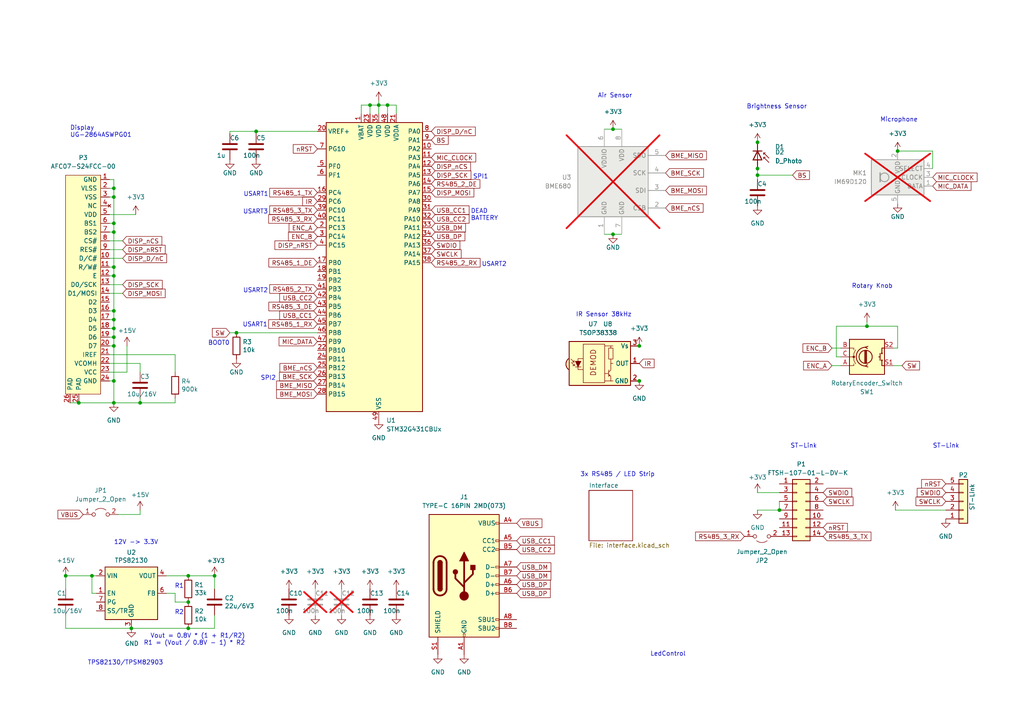
<source format=kicad_sch>
(kicad_sch (version 20231120) (generator "eeschema") (generator_version "8.0")
  (paper "A4")
  (lib_symbols
    (symbol "Connector:USB_C_Receptacle_USB2.0" (pin_names (offset 1.016))
      (property "Reference" "J" (at -10.16 19.05 0))
      (property "Value" "USB_C_Receptacle_USB2.0" (at 19.05 19.05 0))
      (symbol "USB_C_Receptacle_USB2.0_1_1"
        (pin passive line (at 0 -22.86 90) (length 5.08) (name "GND") (number "A1"))
        (pin passive line (at 0 -22.86 90) (length 5.08) hide (name "GND") (number "A12"))
        (pin passive line (at 15.24 15.24 180) (length 5.08) (name "VBUS") (number "A4"))
        (pin bidirectional line (at 15.24 10.16 180) (length 5.08) (name "CC1") (number "A5"))
        (pin bidirectional line (at 15.24 -2.54 180) (length 5.08) (name "D+") (number "A6"))
        (pin bidirectional line (at 15.24 2.54 180) (length 5.08) (name "D-") (number "A7"))
        (pin bidirectional line (at 15.24 -12.7 180) (length 5.08) (name "SBU1") (number "A8"))
        (pin passive line (at 15.24 15.24 180) (length 5.08) hide (name "VBUS") (number "A9"))
        (pin passive line (at 0 -22.86 90) (length 5.08) hide (name "GND") (number "B1"))
        (pin passive line (at 0 -22.86 90) (length 5.08) hide (name "GND") (number "B12"))
        (pin passive line (at 15.24 15.24 180) (length 5.08) hide (name "VBUS") (number "B4"))
        (pin bidirectional line (at 15.24 7.62 180) (length 5.08) (name "CC2") (number "B5"))
        (pin bidirectional line (at 15.24 -5.08 180) (length 5.08) (name "D+") (number "B6"))
        (pin bidirectional line (at 15.24 0 180) (length 5.08) (name "D-") (number "B7"))
        (pin bidirectional line (at 15.24 -15.24 180) (length 5.08) (name "SBU2") (number "B8"))
        (pin passive line (at 15.24 15.24 180) (length 5.08) hide (name "VBUS") (number "B9"))
        (pin passive line (at -7.62 -22.86 90) (length 5.08) (name "SHIELD") (number "S1"))
      )
    )
    (symbol "Connector_Generic:Conn_01x05" (pin_names (offset 1.016) hide)
      (property "Reference" "J" (at 0 7.62 0))
      (property "Value" "Conn_01x05" (at 0 -7.62 0))
      (symbol "Conn_01x05_1_1"
        (pin passive line (at -5.08 5.08 0) (length 3.81) (name "Pin_1") (number "1"))
        (pin passive line (at -5.08 2.54 0) (length 3.81) (name "Pin_2") (number "2"))
        (pin passive line (at -5.08 0 0) (length 3.81) (name "Pin_3") (number "3"))
        (pin passive line (at -5.08 -2.54 0) (length 3.81) (name "Pin_4") (number "4"))
        (pin passive line (at -5.08 -5.08 0) (length 3.81) (name "Pin_5") (number "5"))
      )
    )
    (symbol "Connector_Generic:Conn_02x07_Odd_Even" (pin_names (offset 1.016) hide)
      (property "Reference" "J" (at 1.27 10.16 0))
      (property "Value" "Conn_02x07_Odd_Even" (at 1.27 -10.16 0))
      (symbol "Conn_02x07_Odd_Even_1_1"
        (pin passive line (at -5.08 7.62 0) (length 3.81) (name "Pin_1") (number "1"))
        (pin passive line (at 7.62 -2.54 180) (length 3.81) (name "Pin_10") (number "10"))
        (pin passive line (at -5.08 -5.08 0) (length 3.81) (name "Pin_11") (number "11"))
        (pin passive line (at 7.62 -5.08 180) (length 3.81) (name "Pin_12") (number "12"))
        (pin passive line (at -5.08 -7.62 0) (length 3.81) (name "Pin_13") (number "13"))
        (pin passive line (at 7.62 -7.62 180) (length 3.81) (name "Pin_14") (number "14"))
        (pin passive line (at 7.62 7.62 180) (length 3.81) (name "Pin_2") (number "2"))
        (pin passive line (at -5.08 5.08 0) (length 3.81) (name "Pin_3") (number "3"))
        (pin passive line (at 7.62 5.08 180) (length 3.81) (name "Pin_4") (number "4"))
        (pin passive line (at -5.08 2.54 0) (length 3.81) (name "Pin_5") (number "5"))
        (pin passive line (at 7.62 2.54 180) (length 3.81) (name "Pin_6") (number "6"))
        (pin passive line (at -5.08 0 0) (length 3.81) (name "Pin_7") (number "7"))
        (pin passive line (at 7.62 0 180) (length 3.81) (name "Pin_8") (number "8"))
        (pin passive line (at -5.08 -2.54 0) (length 3.81) (name "Pin_9") (number "9"))
      )
    )
    (symbol "Device:C" (pin_numbers hide) (pin_names (offset 0.254))
      (property "Reference" "C" (at 0.635 2.54 0))
      (property "Value" "C" (at 0.635 -2.54 0))
      (symbol "C_1_1"
        (pin passive line (at 0 3.81 270) (length 2.794) (name "~") (number "1"))
        (pin passive line (at 0 -3.81 90) (length 2.794) (name "~") (number "2"))
      )
    )
    (symbol "Device:D_Photo" (pin_numbers hide) (pin_names hide)
      (property "Reference" "D" (at 0.508 1.778 0))
      (property "Value" "D_Photo" (at -1.016 -2.794 0))
      (symbol "D_Photo_1_1"
        (pin passive line (at -5.08 0 0) (length 2.54) (name "K") (number "1"))
        (pin passive line (at 2.54 0 180) (length 2.54) (name "A") (number "2"))
      )
    )
    (symbol "Device:R" (pin_numbers hide) (pin_names (offset 0))
      (property "Reference" "R" (at 2.032 0 90))
      (property "Value" "R" (at 0 0 90))
      (symbol "R_1_1"
        (pin passive line (at 0 3.81 270) (length 1.27) (name "~") (number "1"))
        (pin passive line (at 0 -3.81 90) (length 1.27) (name "~") (number "2"))
      )
    )
    (symbol "Device:RotaryEncoder_Switch" (pin_names (offset 0.254) hide)
      (property "Reference" "SW" (at 0 6.604 0))
      (property "Value" "RotaryEncoder_Switch" (at 0 -6.604 0))
      (symbol "RotaryEncoder_Switch_1_1"
        (pin passive line (at -7.62 2.54 0) (length 2.54) (name "A") (number "A"))
        (pin passive line (at -7.62 -2.54 0) (length 2.54) (name "B") (number "B"))
        (pin passive line (at -7.62 0 0) (length 2.54) (name "C") (number "C"))
        (pin passive line (at 7.62 2.54 180) (length 2.54) (name "S1") (number "S1"))
        (pin passive line (at 7.62 -2.54 180) (length 2.54) (name "S2") (number "S2"))
      )
    )
    (symbol "Interface_Optical:TSOP382xx"
      (property "Reference" "U" (at -10.16 7.62 0))
      (property "Value" "TSOP382xx" (at -10.16 -7.62 0))
      (symbol "TSOP382xx_0_0"
        (text "DEMOD" (at -3.175 0.254 900) (effects (font (size 1.524 1.524))))
      )
      (symbol "TSOP382xx_1_1"
        (pin output line (at 10.16 0 180) (length 2.54) (name "OUT") (number "1"))
        (pin power_in line (at 10.16 -5.08 180) (length 2.54) (name "GND") (number "2"))
        (pin power_in line (at 10.16 5.08 180) (length 2.54) (name "Vs") (number "3"))
      )
    )
    (symbol "Jumper:Jumper_2_Open" (pin_names (offset 0) hide)
      (property "Reference" "JP" (at 0 2.794 0))
      (property "Value" "Jumper_2_Open" (at 0 -2.286 0))
      (symbol "Jumper_2_Open_1_1"
        (pin passive line (at -5.08 0 0) (length 2.54) (name "A") (number "1"))
        (pin passive line (at 5.08 0 180) (length 2.54) (name "B") (number "2"))
      )
    )
    (symbol "MCU_ST_STM32G4:STM32G431CBUx"
      (property "Reference" "U" (at -12.7 44.45 0))
      (property "Value" "STM32G431CBUx" (at 10.16 44.45 0))
      (symbol "STM32G431CBUx_1_1"
        (pin power_in line (at -2.54 45.72 270) (length 2.54) (name "VBAT") (number "1"))
        (pin bidirectional line (at 17.78 35.56 180) (length 2.54) (name "PA2") (number "10"))
        (pin bidirectional line (at 17.78 33.02 180) (length 2.54) (name "PA3") (number "11"))
        (pin bidirectional line (at 17.78 30.48 180) (length 2.54) (name "PA4") (number "12"))
        (pin bidirectional line (at 17.78 27.94 180) (length 2.54) (name "PA5") (number "13"))
        (pin bidirectional line (at 17.78 25.4 180) (length 2.54) (name "PA6") (number "14"))
        (pin bidirectional line (at 17.78 22.86 180) (length 2.54) (name "PA7") (number "15"))
        (pin bidirectional line (at -15.24 22.86 0) (length 2.54) (name "PC4") (number "16"))
        (pin bidirectional line (at -15.24 2.54 0) (length 2.54) (name "PB0") (number "17"))
        (pin bidirectional line (at -15.24 0 0) (length 2.54) (name "PB1") (number "18"))
        (pin bidirectional line (at -15.24 -2.54 0) (length 2.54) (name "PB2") (number "19"))
        (pin bidirectional line (at -15.24 12.7 0) (length 2.54) (name "PC13") (number "2"))
        (pin input line (at -15.24 40.64 0) (length 2.54) (name "VREF+") (number "20"))
        (pin power_in line (at 7.62 45.72 270) (length 2.54) (name "VDDA") (number "21"))
        (pin bidirectional line (at -15.24 -22.86 0) (length 2.54) (name "PB10") (number "22"))
        (pin power_in line (at 0 45.72 270) (length 2.54) (name "VDD") (number "23"))
        (pin bidirectional line (at -15.24 -25.4 0) (length 2.54) (name "PB11") (number "24"))
        (pin bidirectional line (at -15.24 -27.94 0) (length 2.54) (name "PB12") (number "25"))
        (pin bidirectional line (at -15.24 -30.48 0) (length 2.54) (name "PB13") (number "26"))
        (pin bidirectional line (at -15.24 -33.02 0) (length 2.54) (name "PB14") (number "27"))
        (pin bidirectional line (at -15.24 -35.56 0) (length 2.54) (name "PB15") (number "28"))
        (pin bidirectional line (at -15.24 20.32 0) (length 2.54) (name "PC6") (number "29"))
        (pin bidirectional line (at -15.24 10.16 0) (length 2.54) (name "PC14") (number "3"))
        (pin bidirectional line (at 17.78 20.32 180) (length 2.54) (name "PA8") (number "30"))
        (pin bidirectional line (at 17.78 17.78 180) (length 2.54) (name "PA9") (number "31"))
        (pin bidirectional line (at 17.78 15.24 180) (length 2.54) (name "PA10") (number "32"))
        (pin bidirectional line (at 17.78 12.7 180) (length 2.54) (name "PA11") (number "33"))
        (pin bidirectional line (at 17.78 10.16 180) (length 2.54) (name "PA12") (number "34"))
        (pin power_in line (at 2.54 45.72 270) (length 2.54) (name "VDD") (number "35"))
        (pin bidirectional line (at 17.78 7.62 180) (length 2.54) (name "PA13") (number "36"))
        (pin bidirectional line (at 17.78 5.08 180) (length 2.54) (name "PA14") (number "37"))
        (pin bidirectional line (at 17.78 2.54 180) (length 2.54) (name "PA15") (number "38"))
        (pin bidirectional line (at -15.24 17.78 0) (length 2.54) (name "PC10") (number "39"))
        (pin bidirectional line (at -15.24 7.62 0) (length 2.54) (name "PC15") (number "4"))
        (pin bidirectional line (at -15.24 15.24 0) (length 2.54) (name "PC11") (number "40"))
        (pin bidirectional line (at -15.24 -5.08 0) (length 2.54) (name "PB3") (number "41"))
        (pin bidirectional line (at -15.24 -7.62 0) (length 2.54) (name "PB4") (number "42"))
        (pin bidirectional line (at -15.24 -10.16 0) (length 2.54) (name "PB5") (number "43"))
        (pin bidirectional line (at -15.24 -12.7 0) (length 2.54) (name "PB6") (number "44"))
        (pin bidirectional line (at -15.24 -15.24 0) (length 2.54) (name "PB7") (number "45"))
        (pin bidirectional line (at -15.24 -17.78 0) (length 2.54) (name "PB8") (number "46"))
        (pin bidirectional line (at -15.24 -20.32 0) (length 2.54) (name "PB9") (number "47"))
        (pin power_in line (at 5.08 45.72 270) (length 2.54) (name "VDD") (number "48"))
        (pin power_in line (at 2.54 -43.18 90) (length 2.54) (name "VSS") (number "49"))
        (pin bidirectional line (at -15.24 30.48 0) (length 2.54) (name "PF0") (number "5"))
        (pin bidirectional line (at -15.24 27.94 0) (length 2.54) (name "PF1") (number "6"))
        (pin bidirectional line (at -15.24 35.56 0) (length 2.54) (name "PG10") (number "7"))
        (pin bidirectional line (at 17.78 40.64 180) (length 2.54) (name "PA0") (number "8"))
        (pin bidirectional line (at 17.78 38.1 180) (length 2.54) (name "PA1") (number "9"))
      )
    )
    (symbol "Regulator_Switching:TPS82130"
      (property "Reference" "U" (at 1.27 11.43 0))
      (property "Value" "TPS82130" (at 5.08 8.89 0))
      (symbol "TPS82130_1_1"
        (pin input line (at -10.16 0 0) (length 2.54) (name "EN") (number "1"))
        (pin power_in line (at -10.16 5.08 0) (length 2.54) (name "VIN") (number "2"))
        (pin power_in line (at 0 -10.16 90) (length 2.54) (name "GND") (number "3"))
        (pin power_out line (at 10.16 5.08 180) (length 2.54) (name "VOUT") (number "4"))
        (pin passive line (at 10.16 5.08 180) (length 2.54) hide (name "VOUT") (number "5"))
        (pin input line (at 10.16 0 180) (length 2.54) (name "FB") (number "6"))
        (pin open_collector line (at -10.16 -2.54 0) (length 2.54) (name "PG") (number "7"))
        (pin input line (at -10.16 -5.08 0) (length 2.54) (name "SS/TR") (number "8"))
        (pin passive line (at 0 -10.16 90) (length 2.54) hide (name "GND") (number "9"))
      )
    )
    (symbol "Sensor:BME680"
      (property "Reference" "U" (at -8.89 11.43 0))
      (property "Value" "BME680" (at 7.62 11.43 0))
      (symbol "BME680_1_1"
        (pin power_in line (at -2.54 -15.24 90) (length 5.08) (name "GND") (number "1"))
        (pin input line (at 15.24 -7.62 180) (length 5.08) (name "CSB") (number "2"))
        (pin bidirectional line (at 15.24 -2.54 180) (length 5.08) (name "SDI") (number "3"))
        (pin input line (at 15.24 2.54 180) (length 5.08) (name "SCK") (number "4"))
        (pin bidirectional line (at 15.24 7.62 180) (length 5.08) (name "SDO") (number "5"))
        (pin power_in line (at -2.54 15.24 270) (length 5.08) (name "VDDIO") (number "6"))
        (pin power_in line (at 2.54 -15.24 90) (length 5.08) (name "GND") (number "7"))
        (pin power_in line (at 2.54 15.24 270) (length 5.08) (name "VDD") (number "8"))
      )
    )
    (symbol "Sensor_Audio:IM69D120" (pin_names (offset 0.254))
      (property "Reference" "MK" (at -7.62 6.35 0))
      (property "Value" "IM69D120" (at 1.27 6.35 0))
      (symbol "IM69D120_1_1"
        (pin output line (at 10.16 -2.54 180) (length 2.54) (name "DATA") (number "1"))
        (pin power_in line (at 0 7.62 270) (length 2.54) (name "VDD") (number "2"))
        (pin input line (at 10.16 0 180) (length 2.54) (name "CLOCK") (number "3"))
        (pin input line (at 10.16 2.54 180) (length 2.54) (name "SELECT") (number "4"))
        (pin power_in line (at 0 -7.62 90) (length 2.54) (name "GND") (number "5"))
      )
    )
    (symbol "UG-2864ASWPG01_1" (pin_names (offset 1.016))
      (property "Reference" "P" (at -10.16 33.02 0))
      (property "Value" "UG-2864ASWPG01" (at 1.27 33.02 0))
      (symbol "UG-2864ASWPG01_1_1_1"
        (pin power_in line (at 2.54 30.48 180) (length 2.54) (name "GND") (number "1"))
        (pin input line (at 2.54 7.62 180) (length 2.54) (name "D/C#") (number "10"))
        (pin input line (at 2.54 5.08 180) (length 2.54) (name "R/W#") (number "11"))
        (pin input line (at 2.54 2.54 180) (length 2.54) (name "E") (number "12"))
        (pin input line (at 2.54 0 180) (length 2.54) (name "D0/SCK") (number "13"))
        (pin input line (at 2.54 -2.54 180) (length 2.54) (name "D1/MOSI") (number "14"))
        (pin input line (at 2.54 -5.08 180) (length 2.54) (name "D2") (number "15"))
        (pin input line (at 2.54 -7.62 180) (length 2.54) (name "D3") (number "16"))
        (pin input line (at 2.54 -10.16 180) (length 2.54) (name "D4") (number "17"))
        (pin input line (at 2.54 -12.7 180) (length 2.54) (name "D5") (number "18"))
        (pin input line (at 2.54 -15.24 180) (length 2.54) (name "D6") (number "19"))
        (pin power_in line (at 2.54 27.94 180) (length 2.54) (name "VLSS") (number "2"))
        (pin input line (at 2.54 -17.78 180) (length 2.54) (name "D7") (number "20"))
        (pin input line (at 2.54 -20.32 180) (length 2.54) (name "IREF") (number "21"))
        (pin input line (at 2.54 -22.86 180) (length 2.54) (name "VCOMH") (number "22"))
        (pin power_in line (at 2.54 -25.4 180) (length 2.54) (name "VCC") (number "23"))
        (pin power_in line (at 2.54 -27.94 180) (length 2.54) (name "GND") (number "24"))
        (pin free line (at -6.35 -34.29 90) (length 2.54) (name "PAD") (number "25"))
        (pin free line (at -8.89 -34.29 90) (length 2.54) (name "PAD") (number "26"))
        (pin power_in line (at 2.54 25.4 180) (length 2.54) (name "VSS") (number "3"))
        (pin no_connect line (at 2.54 22.86 180) (length 2.54) (name "NC") (number "4"))
        (pin power_in line (at 2.54 20.32 180) (length 2.54) (name "VDD") (number "5"))
        (pin input line (at 2.54 17.78 180) (length 2.54) (name "BS1") (number "6"))
        (pin input line (at 2.54 15.24 180) (length 2.54) (name "BS2") (number "7"))
        (pin input line (at 2.54 12.7 180) (length 2.54) (name "CS#") (number "8"))
        (pin input line (at 2.54 10.16 180) (length 2.54) (name "RES#") (number "9"))
      )
    )
    (symbol "power:+15V" (power) (pin_names (offset 0))
      (property "Value" "+15V" (at 0 3.556 0))
      (symbol "+15V_1_1"
        (pin power_in line (at 0 0 90) (length 0) hide (name "+15V") (number "1"))
      )
    )
    (symbol "power:+3V3" (power) (pin_names (offset 0))
      (property "Value" "+3V3" (at 0 3.556 0))
      (symbol "+3V3_1_1"
        (pin power_in line (at 0 0 90) (length 0) hide (name "+3V3") (number "1"))
      )
    )
    (symbol "power:GND" (power) (pin_names (offset 0))
      (property "Value" "GND" (at 0 -3.81 0))
      (symbol "GND_1_1"
        (pin power_in line (at 0 0 270) (length 0) hide (name "GND") (number "1"))
      )
    )
  )
  (junction (at 177.8 67.945))
  (junction (at 226.06 147.955))
  (junction (at 33.02 64.77))
  (junction (at 68.58 96.52))
  (junction (at 33.02 100.33))
  (junction (at 260.35 43.815))
  (junction (at 107.315 30.48))
  (junction (at 33.02 110.49))
  (junction (at 33.02 54.61))
  (junction (at 219.71 41.275))
  (junction (at 33.02 77.47))
  (junction (at 33.02 90.17))
  (junction (at 40.64 116.84))
  (junction (at 33.02 92.71))
  (junction (at 54.61 174.625))
  (junction (at 177.8 37.465))
  (junction (at 33.02 57.15))
  (junction (at 22.86 116.84))
  (junction (at 185.42 100.33))
  (junction (at 251.46 94.615))
  (junction (at 74.295 38.1))
  (junction (at 33.02 67.31))
  (junction (at 38.1 182.245))
  (junction (at 33.02 97.79))
  (junction (at 33.02 95.25))
  (junction (at 109.855 30.48))
  (junction (at 19.05 167.005))
  (junction (at 219.71 48.895))
  (junction (at 26.67 167.005))
  (junction (at 54.61 182.245))
  (junction (at 54.61 167.005))
  (junction (at 112.395 30.48))
  (junction (at 219.71 50.8))
  (junction (at 185.42 110.49))
  (junction (at 33.02 116.84))
  (junction (at 33.02 80.01))
  (junction (at 62.23 167.005))
  (wire (pts (xy 33.02 92.71) (xy 33.02 95.25)))
  (wire (pts (xy 270.51 48.895) (xy 270.51 43.815)))
  (wire (pts (xy 66.675 38.1) (xy 74.295 38.1)))
  (wire (pts (xy 33.02 64.77) (xy 33.02 67.31)))
  (wire (pts (xy 33.02 97.79) (xy 33.02 100.33)))
  (wire (pts (xy 48.26 167.005) (xy 54.61 167.005)))
  (wire (pts (xy 33.02 54.61) (xy 33.02 57.15)))
  (wire (pts (xy 34.29 149.225) (xy 40.64 149.225)))
  (wire (pts (xy 219.71 142.875) (xy 226.06 142.875)))
  (wire (pts (xy 219.71 48.895) (xy 219.71 50.8)))
  (wire (pts (xy 38.1 182.245) (xy 54.61 182.245)))
  (wire (pts (xy 33.02 57.15) (xy 33.02 64.77)))
  (wire (pts (xy 22.86 116.84) (xy 33.02 116.84)))
  (wire (pts (xy 259.08 106.045) (xy 261.62 106.045)))
  (wire (pts (xy 31.75 80.01) (xy 33.02 80.01)))
  (wire (pts (xy 26.67 172.085) (xy 26.67 167.005)))
  (wire (pts (xy 40.64 116.84) (xy 40.64 115.57)))
  (wire (pts (xy 175.26 67.945) (xy 177.8 67.945)))
  (wire (pts (xy 33.02 52.07) (xy 33.02 54.61)))
  (wire (pts (xy 33.02 77.47) (xy 33.02 80.01)))
  (wire (pts (xy 241.3 100.965) (xy 243.84 100.965)))
  (wire (pts (xy 260.35 94.615) (xy 251.46 94.615)))
  (wire (pts (xy 219.71 50.8) (xy 219.71 52.07)))
  (wire (pts (xy 19.05 170.815) (xy 19.05 167.005)))
  (wire (pts (xy 31.75 62.23) (xy 39.37 62.23)))
  (wire (pts (xy 109.855 30.48) (xy 109.855 33.02)))
  (wire (pts (xy 260.35 94.615) (xy 260.35 100.965)))
  (wire (pts (xy 31.75 69.85) (xy 35.56 69.85)))
  (wire (pts (xy 31.75 102.87) (xy 50.8 102.87)))
  (wire (pts (xy 31.75 67.31) (xy 33.02 67.31)))
  (wire (pts (xy 19.05 182.245) (xy 38.1 182.245)))
  (wire (pts (xy 31.75 105.41) (xy 40.64 105.41)))
  (wire (pts (xy 226.06 145.415) (xy 226.06 147.955)))
  (wire (pts (xy 31.75 100.33) (xy 33.02 100.33)))
  (wire (pts (xy 33.02 110.49) (xy 33.02 116.84)))
  (wire (pts (xy 50.8 116.84) (xy 50.8 115.57)))
  (wire (pts (xy 62.23 167.005) (xy 54.61 167.005)))
  (wire (pts (xy 40.64 149.225) (xy 40.64 147.955)))
  (wire (pts (xy 31.75 95.25) (xy 33.02 95.25)))
  (wire (pts (xy 107.315 33.02) (xy 107.315 30.48)))
  (wire (pts (xy 40.64 116.84) (xy 50.8 116.84)))
  (wire (pts (xy 66.675 38.735) (xy 66.675 38.1)))
  (wire (pts (xy 31.75 64.77) (xy 33.02 64.77)))
  (wire (pts (xy 31.75 72.39) (xy 35.56 72.39)))
  (wire (pts (xy 31.75 107.95) (xy 36.83 107.95)))
  (wire (pts (xy 31.75 52.07) (xy 33.02 52.07)))
  (wire (pts (xy 242.57 103.505) (xy 243.84 103.505)))
  (wire (pts (xy 62.23 182.245) (xy 62.23 178.435)))
  (wire (pts (xy 270.51 43.815) (xy 260.35 43.815)))
  (wire (pts (xy 104.775 30.48) (xy 107.315 30.48)))
  (wire (pts (xy 33.02 100.33) (xy 33.02 110.49)))
  (wire (pts (xy 68.58 96.52) (xy 92.075 96.52)))
  (wire (pts (xy 260.35 100.965) (xy 259.08 100.965)))
  (wire (pts (xy 40.64 105.41) (xy 40.64 107.95)))
  (wire (pts (xy 175.26 37.465) (xy 177.8 37.465)))
  (wire (pts (xy 107.315 30.48) (xy 109.855 30.48)))
  (wire (pts (xy 19.05 178.435) (xy 19.05 182.245)))
  (wire (pts (xy 62.23 170.815) (xy 62.23 167.005)))
  (wire (pts (xy 50.8 174.625) (xy 54.61 174.625)))
  (wire (pts (xy 26.67 167.005) (xy 27.94 167.005)))
  (wire (pts (xy 104.775 33.02) (xy 104.775 30.48)))
  (wire (pts (xy 54.61 182.245) (xy 62.23 182.245)))
  (wire (pts (xy 92.075 38.1) (xy 74.295 38.1)))
  (wire (pts (xy 50.8 102.87) (xy 50.8 107.95)))
  (wire (pts (xy 112.395 30.48) (xy 112.395 33.02)))
  (wire (pts (xy 33.02 80.01) (xy 33.02 90.17)))
  (wire (pts (xy 27.94 172.085) (xy 26.67 172.085)))
  (wire (pts (xy 251.46 93.345) (xy 251.46 94.615)))
  (wire (pts (xy 31.75 110.49) (xy 33.02 110.49)))
  (wire (pts (xy 31.75 97.79) (xy 33.02 97.79)))
  (wire (pts (xy 109.855 29.21) (xy 109.855 30.48)))
  (wire (pts (xy 33.02 90.17) (xy 33.02 92.71)))
  (wire (pts (xy 251.46 94.615) (xy 242.57 94.615)))
  (wire (pts (xy 177.8 67.945) (xy 180.34 67.945)))
  (wire (pts (xy 259.715 147.955) (xy 274.32 147.955)))
  (wire (pts (xy 36.83 107.95) (xy 36.83 100.33)))
  (wire (pts (xy 19.05 167.005) (xy 26.67 167.005)))
  (wire (pts (xy 33.02 95.25) (xy 33.02 97.79)))
  (wire (pts (xy 31.75 85.09) (xy 35.56 85.09)))
  (wire (pts (xy 66.675 96.52) (xy 68.58 96.52)))
  (wire (pts (xy 50.8 172.085) (xy 50.8 174.625)))
  (wire (pts (xy 242.57 94.615) (xy 242.57 103.505)))
  (wire (pts (xy 31.75 77.47) (xy 33.02 77.47)))
  (wire (pts (xy 33.02 67.31) (xy 33.02 77.47)))
  (wire (pts (xy 74.295 38.1) (xy 74.295 38.735)))
  (wire (pts (xy 31.75 74.93) (xy 35.56 74.93)))
  (wire (pts (xy 177.8 37.465) (xy 180.34 37.465)))
  (wire (pts (xy 31.75 54.61) (xy 33.02 54.61)))
  (wire (pts (xy 20.32 116.84) (xy 22.86 116.84)))
  (wire (pts (xy 48.26 172.085) (xy 50.8 172.085)))
  (wire (pts (xy 31.75 82.55) (xy 35.56 82.55)))
  (wire (pts (xy 241.3 106.045) (xy 243.84 106.045)))
  (wire (pts (xy 114.935 30.48) (xy 114.935 33.02)))
  (wire (pts (xy 219.71 147.955) (xy 226.06 147.955)))
  (wire (pts (xy 219.71 50.8) (xy 229.87 50.8)))
  (wire (pts (xy 31.75 90.17) (xy 33.02 90.17)))
  (wire (pts (xy 109.855 30.48) (xy 112.395 30.48)))
  (wire (pts (xy 112.395 30.48) (xy 114.935 30.48)))
  (wire (pts (xy 31.75 92.71) (xy 33.02 92.71)))
  (wire (pts (xy 31.75 57.15) (xy 33.02 57.15)))
  (wire (pts (xy 33.02 116.84) (xy 40.64 116.84)))
  (text "12V -> 3.3V" (at 33.02 158.115 0) (effects (font (size 1.27 1.27)) (justify left bottom)))
  (text "BOOT0" (at 60.325 100.33 0) (effects (font (size 1.27 1.27)) (justify left bottom)))
  (text "SPI2" (at 75.565 110.49 0) (effects (font (size 1.27 1.27)) (justify left bottom)))
  (text "USART2" (at 70.485 85.09 0) (effects (font (size 1.27 1.27)) (justify left bottom)))
  (text "ST-Link" (at 229.235 130.175 0) (effects (font (size 1.27 1.27)) (justify left bottom)))
  (text "Vout = 0.8V * (1 + R1/R2)\nR1 = (Vout / 0.8V - 1) * R2" (at 71.12 187.325 0) (effects (font (size 1.27 1.27)) (justify right bottom)))
  (text "R1" (at 53.34 170.815 0) (effects (font (size 1.27 1.27)) (justify right bottom)))
  (text "DEAD\nBATTERY" (at 136.525 64.135 0) (effects (font (size 1.27 1.27)) (justify left bottom)))
  (text "Display\nUG-2864ASWPG01" (at 20.32 40.005 0) (effects (font (size 1.27 1.27)) (justify left bottom)))
  (text "Air Sensor" (at 173.355 28.575 0) (effects (font (size 1.27 1.27)) (justify left bottom)))
  (text "USART3" (at 70.485 62.23 0) (effects (font (size 1.27 1.27)) (justify left bottom)))
  (text "Microphone" (at 255.27 35.56 0) (effects (font (size 1.27 1.27)) (justify left bottom)))
  (text "LedControl" (at 188.595 190.5 0) (effects (font (size 1.27 1.27)) (justify left bottom)))
  (text "3x RS485 / LED Strip" (at 168.275 138.43 0) (effects (font (size 1.27 1.27)) (justify left bottom)))
  (text "USART1" (at 70.358 94.996 0) (effects (font (size 1.27 1.27)) (justify left bottom)))
  (text "R2" (at 53.34 178.435 0) (effects (font (size 1.27 1.27)) (justify right bottom)))
  (text "Brightness Sensor" (at 216.535 31.75 0) (effects (font (size 1.27 1.27)) (justify left bottom)))
  (text "TPS82130/TPSM82903" (at 25.4 193.04 0) (effects (font (size 1.27 1.27)) (justify left bottom)))
  (text "USART2" (at 139.7 77.47 0) (effects (font (size 1.27 1.27)) (justify left bottom)))
  (text "IR Sensor 38kHz" (at 167.005 92.075 0) (effects (font (size 1.27 1.27)) (justify left bottom)))
  (text "SPI1" (at 137.16 52.07 0) (effects (font (size 1.27 1.27)) (justify left bottom)))
  (text "Rotary Knob" (at 247.015 83.82 0) (effects (font (size 1.27 1.27)) (justify left bottom)))
  (text "USART1" (at 70.612 57.15 0) (effects (font (size 1.27 1.27)) (justify left bottom)))
  (text "ST-Link" (at 270.51 130.175 0) (effects (font (size 1.27 1.27)) (justify left bottom)))
  (global_label "SW" (shape input) (at 66.675 96.52 180) (property "Intersheetrefs" "${INTERSHEET_REFS}" (effects (hide yes))))
  (global_label "RS485_3_TX" (shape input) (at 238.76 155.575 0) (property "Intersheetrefs" "${INTERSHEET_REFS}" (effects (hide yes))))
  (global_label "nRST" (shape input) (at 274.32 140.335 180) (property "Intersheetrefs" "${INTERSHEET_REFS}" (effects (hide yes))))
  (global_label "USB_DM" (shape input) (at 149.86 167.005 0) (property "Intersheetrefs" "${INTERSHEET_REFS}" (effects (hide yes))))
  (global_label "BME_nCS" (shape input) (at 92.075 106.68 180) (property "Intersheetrefs" "${INTERSHEET_REFS}" (effects (hide yes))))
  (global_label "BME_MOSI" (shape input) (at 193.04 55.245 0) (property "Intersheetrefs" "${INTERSHEET_REFS}" (effects (hide yes))))
  (global_label "DISP_MOSI" (shape input) (at 125.095 55.88 0) (property "Intersheetrefs" "${INTERSHEET_REFS}" (effects (hide yes))))
  (global_label "MIC_CLOCK" (shape input) (at 125.095 45.72 0) (property "Intersheetrefs" "${INTERSHEET_REFS}" (effects (hide yes))))
  (global_label "RS485_3_RX" (shape input) (at 215.9 155.575 180) (property "Intersheetrefs" "${INTERSHEET_REFS}" (effects (hide yes))))
  (global_label "BME_SCK" (shape input) (at 193.04 50.165 0) (property "Intersheetrefs" "${INTERSHEET_REFS}" (effects (hide yes))))
  (global_label "BME_MISO" (shape input) (at 92.075 111.76 180) (property "Intersheetrefs" "${INTERSHEET_REFS}" (effects (hide yes))))
  (global_label "RS485_1_RX" (shape input) (at 92.075 93.98 180) (property "Intersheetrefs" "${INTERSHEET_REFS}" (effects (hide yes))))
  (global_label "DISP_nCS" (shape input) (at 125.095 48.26 0) (property "Intersheetrefs" "${INTERSHEET_REFS}" (effects (hide yes))))
  (global_label "DISP_D{slash}nC" (shape input) (at 35.56 74.93 0) (property "Intersheetrefs" "${INTERSHEET_REFS}" (effects (hide yes))))
  (global_label "SW" (shape input) (at 261.62 106.045 0) (property "Intersheetrefs" "${INTERSHEET_REFS}" (effects (hide yes))))
  (global_label "USB_DM" (shape input) (at 125.095 66.04 0) (property "Intersheetrefs" "${INTERSHEET_REFS}" (effects (hide yes))))
  (global_label "ENC_B" (shape input) (at 241.3 100.965 180) (property "Intersheetrefs" "${INTERSHEET_REFS}" (effects (hide yes))))
  (global_label "SWDIO" (shape input) (at 238.76 142.875 0) (property "Intersheetrefs" "${INTERSHEET_REFS}" (effects (hide yes))))
  (global_label "DISP_nRST" (shape input) (at 35.56 72.39 0) (property "Intersheetrefs" "${INTERSHEET_REFS}" (effects (hide yes))))
  (global_label "BS" (shape input) (at 229.87 50.8 0) (property "Intersheetrefs" "${INTERSHEET_REFS}" (effects (hide yes))))
  (global_label "USB_DP" (shape input) (at 149.86 169.545 0) (property "Intersheetrefs" "${INTERSHEET_REFS}" (effects (hide yes))))
  (global_label "DISP_MOSI" (shape input) (at 35.56 85.09 0) (property "Intersheetrefs" "${INTERSHEET_REFS}" (effects (hide yes))))
  (global_label "RS485_3_RX" (shape input) (at 92.075 63.5 180) (property "Intersheetrefs" "${INTERSHEET_REFS}" (effects (hide yes))))
  (global_label "IR" (shape input) (at 185.42 105.41 0) (property "Intersheetrefs" "${INTERSHEET_REFS}" (effects (hide yes))))
  (global_label "RS485_3_DE" (shape input) (at 92.075 88.9 180) (property "Intersheetrefs" "${INTERSHEET_REFS}" (effects (hide yes))))
  (global_label "MIC_CLOCK" (shape input) (at 270.51 51.435 0) (property "Intersheetrefs" "${INTERSHEET_REFS}" (effects (hide yes))))
  (global_label "USB_CC1" (shape input) (at 125.095 60.96 0) (property "Intersheetrefs" "${INTERSHEET_REFS}" (effects (hide yes))))
  (global_label "USB_DP" (shape input) (at 125.095 68.58 0) (property "Intersheetrefs" "${INTERSHEET_REFS}" (effects (hide yes))))
  (global_label "RS485_2_TX" (shape input) (at 92.075 83.82 180) (property "Intersheetrefs" "${INTERSHEET_REFS}" (effects (hide yes))))
  (global_label "BS" (shape input) (at 125.095 40.64 0) (property "Intersheetrefs" "${INTERSHEET_REFS}" (effects (hide yes))))
  (global_label "SWCLK" (shape input) (at 238.76 145.415 0) (property "Intersheetrefs" "${INTERSHEET_REFS}" (effects (hide yes))))
  (global_label "USB_CC1" (shape input) (at 92.075 91.44 180) (property "Intersheetrefs" "${INTERSHEET_REFS}" (effects (hide yes))))
  (global_label "BME_nCS" (shape input) (at 193.04 60.325 0) (property "Intersheetrefs" "${INTERSHEET_REFS}" (effects (hide yes))))
  (global_label "DISP_nRST" (shape input) (at 92.075 71.12 180) (property "Intersheetrefs" "${INTERSHEET_REFS}" (effects (hide yes))))
  (global_label "ENC_A" (shape input) (at 92.075 66.04 180) (property "Intersheetrefs" "${INTERSHEET_REFS}" (effects (hide yes))))
  (global_label "BME_MOSI" (shape input) (at 92.075 114.3 180) (property "Intersheetrefs" "${INTERSHEET_REFS}" (effects (hide yes))))
  (global_label "BME_MISO" (shape input) (at 193.04 45.085 0) (property "Intersheetrefs" "${INTERSHEET_REFS}" (effects (hide yes))))
  (global_label "USB_DP" (shape input) (at 149.86 172.085 0) (property "Intersheetrefs" "${INTERSHEET_REFS}" (effects (hide yes))))
  (global_label "MIC_DATA" (shape input) (at 92.075 99.06 180) (property "Intersheetrefs" "${INTERSHEET_REFS}" (effects (hide yes))))
  (global_label "nRST" (shape input) (at 238.76 153.035 0) (property "Intersheetrefs" "${INTERSHEET_REFS}" (effects (hide yes))))
  (global_label "RS485_1_DE" (shape input) (at 92.075 76.2 180) (property "Intersheetrefs" "${INTERSHEET_REFS}" (effects (hide yes))))
  (global_label "RS485_2_DE" (shape input) (at 125.095 53.34 0) (property "Intersheetrefs" "${INTERSHEET_REFS}" (effects (hide yes))))
  (global_label "MIC_DATA" (shape input) (at 270.51 53.975 0) (property "Intersheetrefs" "${INTERSHEET_REFS}" (effects (hide yes))))
  (global_label "ENC_B" (shape input) (at 92.075 68.58 180) (property "Intersheetrefs" "${INTERSHEET_REFS}" (effects (hide yes))))
  (global_label "DISP_nCS" (shape input) (at 35.56 69.85 0) (property "Intersheetrefs" "${INTERSHEET_REFS}" (effects (hide yes))))
  (global_label "USB_DM" (shape input) (at 149.86 164.465 0) (property "Intersheetrefs" "${INTERSHEET_REFS}" (effects (hide yes))))
  (global_label "RS485_3_TX" (shape input) (at 92.075 60.96 180) (property "Intersheetrefs" "${INTERSHEET_REFS}" (effects (hide yes))))
  (global_label "BME_SCK" (shape input) (at 92.075 109.22 180) (property "Intersheetrefs" "${INTERSHEET_REFS}" (effects (hide yes))))
  (global_label "RS485_2_RX" (shape input) (at 125.095 76.2 0) (property "Intersheetrefs" "${INTERSHEET_REFS}" (effects (hide yes))))
  (global_label "nRST" (shape input) (at 92.075 43.18 180) (property "Intersheetrefs" "${INTERSHEET_REFS}" (effects (hide yes))))
  (global_label "RS485_1_TX" (shape input) (at 92.075 55.88 180) (property "Intersheetrefs" "${INTERSHEET_REFS}" (effects (hide yes))))
  (global_label "USB_CC2" (shape input) (at 149.86 159.385 0) (property "Intersheetrefs" "${INTERSHEET_REFS}" (effects (hide yes))))
  (global_label "VBUS" (shape input) (at 149.86 151.765 0) (property "Intersheetrefs" "${INTERSHEET_REFS}" (effects (hide yes))))
  (global_label "VBUS" (shape input) (at 24.13 149.225 180) (property "Intersheetrefs" "${INTERSHEET_REFS}" (effects (hide yes))))
  (global_label "DISP_SCK" (shape input) (at 35.56 82.55 0) (property "Intersheetrefs" "${INTERSHEET_REFS}" (effects (hide yes))))
  (global_label "USB_CC2" (shape input) (at 92.075 86.36 180) (property "Intersheetrefs" "${INTERSHEET_REFS}" (effects (hide yes))))
  (global_label "SWCLK" (shape input) (at 274.32 145.415 180) (property "Intersheetrefs" "${INTERSHEET_REFS}" (effects (hide yes))))
  (global_label "ENC_A" (shape input) (at 241.3 106.045 180) (property "Intersheetrefs" "${INTERSHEET_REFS}" (effects (hide yes))))
  (global_label "DISP_SCK" (shape input) (at 125.095 50.8 0) (property "Intersheetrefs" "${INTERSHEET_REFS}" (effects (hide yes))))
  (global_label "SWDIO" (shape input) (at 125.095 71.12 0) (property "Intersheetrefs" "${INTERSHEET_REFS}" (effects (hide yes))))
  (global_label "USB_CC2" (shape input) (at 125.095 63.5 0) (property "Intersheetrefs" "${INTERSHEET_REFS}" (effects (hide yes))))
  (global_label "IR" (shape input) (at 92.075 58.42 180) (property "Intersheetrefs" "${INTERSHEET_REFS}" (effects (hide yes))))
  (global_label "SWCLK" (shape input) (at 125.095 73.66 0) (property "Intersheetrefs" "${INTERSHEET_REFS}" (effects (hide yes))))
  (global_label "DISP_D{slash}nC" (shape input) (at 125.095 38.1 0) (property "Intersheetrefs" "${INTERSHEET_REFS}" (effects (hide yes))))
  (global_label "SWDIO" (shape input) (at 274.32 142.875 180) (property "Intersheetrefs" "${INTERSHEET_REFS}" (effects (hide yes))))
  (global_label "USB_CC1" (shape input) (at 149.86 156.845 0) (property "Intersheetrefs" "${INTERSHEET_REFS}" (effects (hide yes))))
  (symbol (lib_id "Sensor:BME680") (at 177.8 52.705 0) (unit 1) (dnp yes)
    (property "Reference" "U3" (at 165.735 51.435 0) (effects (justify right)))
    (property "Value" "BME680" (at 165.735 53.975 0) (effects (justify right)))
    (property "Footprint" "local:BME680" (effects (hide yes)))
    (property "Datasheet" "https://ae-bst.resource.bosch.com/media/_tech/media/datasheets/BST-BME680-DS001.pdf" (effects (hide yes)))
  )
  (symbol (lib_id "power:GND") (at 219.71 147.955 0) (unit 1)
    (property "Reference" "#PWR060" (effects (hide yes)))
    (property "Value" "GND" (at 219.71 153.035 0))
  )
  (symbol (lib_id "power:GND") (at 127 189.865 0) (unit 1)
    (property "Reference" "#PWR054" (effects (hide yes)))
    (property "Value" "GND" (at 127 194.945 0))
  )
  (symbol (lib_id "Device:D_Photo") (at 219.71 46.355 270) (unit 1) (in_bom no)
    (property "Reference" "D1" (at 224.79 42.545 90) (effects (justify left)))
    (property "Value" "D_Photo" (at 224.79 46.6725 90) (effects (justify left)))
    (property "Footprint" "local:PhotoDiode" (effects (hide yes)))
  )
  (symbol (lib_id "power:+3V3") (at 259.715 147.955 0) (unit 1)
    (property "Reference" "#PWR019" (effects (hide yes)))
    (property "Value" "+3V3" (at 259.715 142.875 0))
  )
  (symbol (lib_id "power:+3V3") (at 83.82 170.815 0) (unit 1)
    (property "Reference" "#PWR04" (effects (hide yes)))
    (property "Value" "+3V3" (at 83.82 165.735 0))
  )
  (symbol (lib_id "power:+3V3") (at 219.71 41.275 0) (unit 1)
    (property "Reference" "#PWR029" (effects (hide yes)))
    (property "Value" "+3V3" (at 219.71 36.195 0))
  )
  (symbol (lib_id "power:+3V3") (at 107.315 170.815 0) (unit 1)
    (property "Reference" "#PWR055" (effects (hide yes)))
    (property "Value" "+3V3" (at 107.315 165.735 0))
  )
  (symbol (lib_id "power:GND") (at 177.8 67.945 0) (unit 1)
    (property "Reference" "#PWR023" (effects (hide yes)))
    (property "Value" "GND" (at 177.8 71.755 0))
  )
  (symbol (lib_id "power:GND") (at 99.06 178.435 0) (unit 1)
    (property "Reference" "#PWR033" (effects (hide yes)))
    (property "Value" "GND" (at 99.06 183.515 0))
  )
  (symbol (lib_id "power:GND") (at 33.02 116.84 0) (unit 1)
    (property "Reference" "#PWR01" (effects (hide yes)))
    (property "Value" "GND" (at 33.02 121.92 0))
  )
  (symbol (lib_id "power:GND") (at 66.675 46.355 0) (unit 1)
    (property "Reference" "#PWR031" (effects (hide yes)))
    (property "Value" "GND" (at 66.675 50.165 0))
  )
  (symbol (lib_id "power:GND") (at 260.35 59.055 0) (unit 1)
    (property "Reference" "#PWR025" (effects (hide yes)))
    (property "Value" "GND" (at 260.35 62.865 0))
  )
  (symbol (lib_id "Device:C") (at 219.71 55.88 0) (unit 1)
    (property "Reference" "C4" (at 219.71 53.34 0) (effects (justify left)))
    (property "Value" "100n" (at 215.9 58.42 0) (effects (justify left)))
    (property "Footprint" "local:0603" (effects (hide yes)))
  )
  (symbol (lib_id "Device:R") (at 54.61 170.815 0) (unit 1)
    (property "Reference" "R1" (at 56.388 169.6466 0) (effects (justify left)))
    (property "Value" "33k" (at 56.388 171.958 0) (effects (justify left)))
    (property "Footprint" "local:0603" (effects (hide yes)))
  )
  (symbol (lib_id "Device:C") (at 114.935 174.625 0) (unit 1)
    (property "Reference" "C14" (at 114.935 172.085 0) (effects (justify left)))
    (property "Value" "100n" (at 111.125 177.165 0) (effects (justify left)))
    (property "Footprint" "local:0603" (effects (hide yes)))
  )
  (symbol (lib_id "power:+3V3") (at 219.71 142.875 0) (unit 1)
    (property "Reference" "#PWR059" (effects (hide yes)))
    (property "Value" "+3V3" (at 219.71 138.43 0))
  )
  (symbol (lib_id "power:+3V3") (at 177.8 37.465 0) (unit 1)
    (property "Reference" "#PWR024" (effects (hide yes)))
    (property "Value" "+3V3" (at 177.8 32.385 0))
  )
  (symbol (lib_id "power:GND") (at 107.315 178.435 0) (unit 1)
    (property "Reference" "#PWR056" (effects (hide yes)))
    (property "Value" "GND" (at 107.315 183.515 0))
  )
  (symbol (lib_id "power:GND") (at 185.42 110.49 0) (unit 1)
    (property "Reference" "#PWR052" (effects (hide yes)))
    (property "Value" "GND" (at 185.42 115.57 0))
  )
  (symbol (lib_id "power:+3V3") (at 114.935 170.815 0) (unit 1)
    (property "Reference" "#PWR057" (effects (hide yes)))
    (property "Value" "+3V3" (at 114.935 165.735 0))
  )
  (symbol (lib_id "MCU_ST_STM32G4:STM32G431CBUx") (at 107.315 78.74 0) (unit 1)
    (property "Reference" "U1" (at 112.0491 121.92 0) (effects (justify left)))
    (property "Value" "STM32G431CBUx" (at 112.0491 124.46 0) (effects (justify left)))
    (property "Footprint" "local:STM32-UFQFPN48" (effects (hide yes)))
    (property "Datasheet" "https://www.st.com/resource/en/datasheet/stm32g431cb.pdf" (effects (hide yes)))
  )
  (symbol (lib_id "Device:C") (at 91.44 174.625 0) (unit 1) (dnp yes)
    (property "Reference" "C11" (at 91.44 172.085 0) (effects (justify left)))
    (property "Value" "100n" (at 87.63 177.165 0) (effects (justify left)))
    (property "Footprint" "local:0603" (effects (hide yes)))
  )
  (symbol (lib_id "power:GND") (at 134.62 189.865 0) (unit 1)
    (property "Reference" "#PWR022" (effects (hide yes)))
    (property "Value" "GND" (at 134.62 194.945 0))
  )
  (symbol (lib_id "Device:C") (at 99.06 174.625 0) (unit 1) (dnp yes)
    (property "Reference" "C12" (at 99.06 172.085 0) (effects (justify left)))
    (property "Value" "100n" (at 95.25 177.165 0) (effects (justify left)))
    (property "Footprint" "local:0603" (effects (hide yes)))
  )
  (symbol (lib_id "power:GND") (at 38.1 182.245 0) (unit 1)
    (property "Reference" "#PWR011" (effects (hide yes)))
    (property "Value" "GND" (at 38.227 186.6392 0))
  )
  (symbol (lib_id "Device:C") (at 19.05 174.625 0) (unit 1)
    (property "Reference" "C1" (at 16.51 172.085 0) (effects (justify left)))
    (property "Value" "10u/16V" (at 15.24 177.165 0) (effects (justify left)))
    (property "Footprint" "local:1206" (effects (hide yes)))
  )
  (symbol (lib_id "power:+3V3") (at 185.42 100.33 0) (unit 1)
    (property "Reference" "#PWR053" (effects (hide yes)))
    (property "Value" "+3V3" (at 185.42 95.25 0))
  )
  (symbol (lib_id "power:+15V") (at 40.64 147.955 0) (unit 1)
    (property "Reference" "#PWR034" (effects (hide yes)))
    (property "Value" "+15V" (at 40.64 143.51 0))
  )
  (symbol (lib_id "Device:C") (at 83.82 174.625 0) (unit 1)
    (property "Reference" "C10" (at 83.82 172.085 0) (effects (justify left)))
    (property "Value" "100n" (at 80.01 177.165 0) (effects (justify left)))
    (property "Footprint" "local:0603" (effects (hide yes)))
  )
  (symbol (lib_id "Regulator_Switching:TPS82130") (at 38.1 172.085 0) (unit 1)
    (property "Reference" "U2" (at 38.1 160.2232 0))
    (property "Value" "TPS82130" (at 38.1 162.5346 0))
    (property "Footprint" "local:TPS82130" (effects (hide yes)))
    (property "Datasheet" "http://www.ti.com/lit/ds/symlink/tps82130.pdf" (effects (hide yes)))
  )
  (symbol (lib_id "power:GND") (at 109.855 121.92 0) (unit 1)
    (property "Reference" "#PWR06" (effects (hide yes)))
    (property "Value" "GND" (at 109.855 127 0))
  )
  (symbol (lib_id "power:+15V") (at 36.83 100.33 0) (unit 1)
    (property "Reference" "#PWR020" (effects (hide yes)))
    (property "Value" "+15V" (at 36.83 95.885 0))
  )
  (symbol (lib_id "Interface_Optical:TSOP382xx") (at 175.26 105.41 0) (unit 1) (in_bom no)
    (property "Reference" "U8" (at 176.276 93.98 0))
    (property "Value" "TSOP38338" (at 173.525 96.52 0))
    (property "Footprint" "local:TSOP38338" (effects (hide yes)))
    (property "Datasheet" "http://www.vishay.com/docs/82491/tsop382.pdf" (effects (hide yes)))
    (property "Description" "Photo Modules for PCM Remote Control Systems" (effects (hide yes)))
  )
  (symbol (lib_id "Connector_Generic:Conn_01x05") (at 279.4 145.415 0) (mirror x) (unit 1) (in_bom no)
    (property "Reference" "P2" (at 279.4 137.795 0))
    (property "Value" "ST-Link" (at 281.94 144.145 90))
    (property "Footprint" "local:ProgPads" (effects (hide yes)))
  )
  (symbol (lib_id "Device:C") (at 66.675 42.545 0) (unit 1)
    (property "Reference" "C6" (at 66.675 40.005 0) (effects (justify left)))
    (property "Value" "1u" (at 62.865 45.085 0) (effects (justify left)))
    (property "Footprint" "local:0603" (effects (hide yes)))
  )
  (symbol (lib_id "power:+3V3") (at 91.44 170.815 0) (unit 1)
    (property "Reference" "#PWR028" (effects (hide yes)))
    (property "Value" "+3V3" (at 91.44 165.735 0))
  )
  (symbol (lib_id "power:+3V3") (at 39.37 62.23 0) (unit 1)
    (property "Reference" "#PWR03" (effects (hide yes)))
    (property "Value" "+3V3" (at 39.37 57.15 0))
  )
  (symbol (lib_id "power:GND") (at 68.58 104.14 0) (unit 1)
    (property "Reference" "#PWR015" (effects (hide yes)))
    (property "Value" "GND" (at 68.58 107.95 0))
  )
  (symbol (lib_id "Device:D_Photo") (at 219.71 46.355 270) (unit 1) (in_bom no)
    (property "Reference" "D2" (at 224.79 44.1325 90) (effects (justify left)))
    (property "Value" "D_Photo" (at 224.79 46.6725 90) (effects (justify left)))
    (property "Footprint" "local:PhotoDiode" (effects (hide yes)))
  )
  (symbol (lib_id "power:GND") (at 74.295 46.355 0) (unit 1)
    (property "Reference" "#PWR030" (effects (hide yes)))
    (property "Value" "GND" (at 74.295 50.165 0))
  )
  (symbol (lib_id "power:+3V3") (at 62.23 167.005 0) (unit 1)
    (property "Reference" "#PWR012" (effects (hide yes)))
    (property "Value" "+3V3" (at 62.611 162.6108 0))
  )
  (symbol (lib_id "power:GND") (at 274.32 150.495 0) (unit 1)
    (property "Reference" "#PWR018" (effects (hide yes)))
    (property "Value" "GND" (at 274.32 155.575 0))
  )
  (symbol (lib_id "Device:C") (at 62.23 174.625 0) (unit 1)
    (property "Reference" "C2" (at 65.151 173.4566 0) (effects (justify left)))
    (property "Value" "22u/6V3" (at 65.151 175.768 0) (effects (justify left)))
    (property "Footprint" "local:0805" (effects (hide yes)))
  )
  (symbol (lib_id "power:+3V3") (at 99.06 170.815 0) (unit 1)
    (property "Reference" "#PWR032" (effects (hide yes)))
    (property "Value" "+3V3" (at 99.06 165.735 0))
  )
  (symbol (lib_id "Sensor_Audio:IM69D120") (at 260.35 51.435 0) (unit 1) (dnp yes)
    (property "Reference" "MK1" (at 251.46 50.165 0) (effects (justify right)))
    (property "Value" "IM69D120" (at 251.46 52.705 0) (effects (justify right)))
    (property "Footprint" "Sensor_Audio:Infineon_PG-LLGA-5-1" (effects (hide yes)))
    (property "Datasheet" "https://www.infineon.com/dgdl/Infineon-IM69D120-DS-v01_00-EN.pdf?fileId=5546d462602a9dc801607a0e41a01a2b" (effects (hide yes)))
  )
  (symbol (lib_id "Device:R") (at 50.8 111.76 0) (unit 1)
    (property "Reference" "R4" (at 52.578 110.5916 0) (effects (justify left)))
    (property "Value" "900k" (at 52.578 112.903 0) (effects (justify left)))
    (property "Footprint" "local:0603" (effects (hide yes)))
  )
  (symbol (lib_id "Device:RotaryEncoder_Switch") (at 251.46 103.505 0) (mirror x) (unit 1) (in_bom no)
    (property "Reference" "SW1" (at 251.46 113.665 0))
    (property "Value" "RotaryEncoder_Switch" (at 251.46 111.125 0))
    (property "Footprint" "local:PEC12R-4217F-S0024" (effects (hide yes)))
  )
  (symbol (lib_id "Interface_Optical:TSOP382xx") (at 175.26 105.41 0) (unit 1) (in_bom no)
    (property "Reference" "U7" (at 171.958 93.98 0))
    (property "Value" "TSOP38338" (at 173.525 96.52 0))
    (property "Footprint" "local:TSOP38338" (effects (hide yes)))
    (property "Datasheet" "http://www.vishay.com/docs/82491/tsop382.pdf" (effects (hide yes)))
    (property "Description" "Photo Modules for PCM Remote Control Systems" (effects (hide yes)))
  )
  (symbol (lib_id "Device:C") (at 74.295 42.545 0) (unit 1)
    (property "Reference" "C5" (at 74.295 40.005 0) (effects (justify left)))
    (property "Value" "100n" (at 70.485 45.085 0) (effects (justify left)))
    (property "Footprint" "local:0603" (effects (hide yes)))
  )
  (symbol (lib_name "UG-2864ASWPG01_1") (lib_id "local:UG-2864ASWPG01") (at 29.21 82.55 0) (unit 1)
    (property "Reference" "P3" (at 24.13 45.72 0))
    (property "Value" "AFC07-S24FCC-00" (at 24.13 48.26 0))
    (property "Footprint" "local:Connector-Flat-24-0.5mm" (effects (hide yes)))
  )
  (symbol (lib_id "Connector_Generic:Conn_02x07_Odd_Even") (at 231.14 147.955 0) (unit 1)
    (property "Reference" "P1" (at 232.41 134.62 0))
    (property "Value" "FTSH-107-01-L-DV-K" (at 234.315 137.16 0))
    (property "Footprint" "local:PinHeader-2x7-1.27mm-smd" (effects (hide yes)))
  )
  (symbol (lib_id "Jumper:Jumper_2_Open") (at 220.98 155.575 0) (mirror x) (unit 1) (in_bom no)
    (property "Reference" "JP2" (at 220.98 162.56 0))
    (property "Value" "Jumper_2_Open" (at 220.98 160.02 0))
    (property "Footprint" "local:Jumper" (effects (hide yes)))
  )
  (symbol (lib_id "power:GND") (at 91.44 178.435 0) (unit 1)
    (property "Reference" "#PWR027" (effects (hide yes)))
    (property "Value" "GND" (at 91.44 183.515 0))
  )
  (symbol (lib_id "power:+15V") (at 19.05 167.005 0) (unit 1)
    (property "Reference" "#PWR08" (effects (hide yes)))
    (property "Value" "+15V" (at 19.05 162.56 0))
  )
  (symbol (lib_id "Connector:USB_C_Receptacle_USB2.0") (at 134.62 167.005 0) (unit 1)
    (property "Reference" "J1" (at 134.62 144.145 0))
    (property "Value" "TYPE-C 16PIN 2MD(073)" (at 134.62 146.685 0))
    (property "Footprint" "local:TYPE-C-16PIN-2MD-073" (effects (hide yes)))
    (property "Datasheet" "https://www.usb.org/sites/default/files/documents/usb_type-c.zip" (effects (hide yes)))
  )
  (symbol (lib_id "power:+3V3") (at 260.35 43.815 0) (unit 1)
    (property "Reference" "#PWR026" (effects (hide yes)))
    (property "Value" "+3V3" (at 260.35 38.735 0))
  )
  (symbol (lib_id "Device:R") (at 68.58 100.33 0) (unit 1)
    (property "Reference" "R3" (at 70.358 99.1616 0) (effects (justify left)))
    (property "Value" "10k" (at 70.358 101.473 0) (effects (justify left)))
    (property "Footprint" "local:0603" (effects (hide yes)))
  )
  (symbol (lib_id "Jumper:Jumper_2_Open") (at 29.21 149.225 0) (unit 1) (in_bom no)
    (property "Reference" "JP1" (at 29.21 142.24 0))
    (property "Value" "Jumper_2_Open" (at 29.21 144.78 0))
    (property "Footprint" "local:Jumper" (effects (hide yes)))
  )
  (symbol (lib_id "power:+3V3") (at 251.46 93.345 0) (unit 1)
    (property "Reference" "#PWR013" (effects (hide yes)))
    (property "Value" "+3V3" (at 251.46 88.265 0))
  )
  (symbol (lib_id "power:GND") (at 83.82 178.435 0) (unit 1)
    (property "Reference" "#PWR05" (effects (hide yes)))
    (property "Value" "GND" (at 83.82 183.515 0))
  )
  (symbol (lib_id "power:+3V3") (at 109.855 29.21 0) (unit 1)
    (property "Reference" "#PWR07" (effects (hide yes)))
    (property "Value" "+3V3" (at 109.855 24.13 0))
  )
  (symbol (lib_id "Device:R") (at 54.61 178.435 0) (unit 1)
    (property "Reference" "R2" (at 56.388 177.2666 0) (effects (justify left)))
    (property "Value" "10k" (at 56.388 179.578 0) (effects (justify left)))
    (property "Footprint" "local:0603" (effects (hide yes)))
  )
  (symbol (lib_id "power:GND") (at 114.935 178.435 0) (unit 1)
    (property "Reference" "#PWR058" (effects (hide yes)))
    (property "Value" "GND" (at 114.935 183.515 0))
  )
  (symbol (lib_id "power:GND") (at 219.71 59.69 0) (unit 1)
    (property "Reference" "#PWR021" (effects (hide yes)))
    (property "Value" "GND" (at 219.71 64.77 0))
  )
  (symbol (lib_id "Device:C") (at 107.315 174.625 0) (unit 1)
    (property "Reference" "C13" (at 107.315 172.085 0) (effects (justify left)))
    (property "Value" "100n" (at 103.505 177.165 0) (effects (justify left)))
    (property "Footprint" "local:0603" (effects (hide yes)))
  )
  (symbol (lib_id "Device:C") (at 40.64 111.76 0) (unit 1)
    (property "Reference" "C3" (at 40.64 109.22 0) (effects (justify left)))
    (property "Value" "10u/16V" (at 36.83 114.3 0) (effects (justify left)))
    (property "Footprint" "local:1206" (effects (hide yes)))
  )
  (sheet (at 170.815 142.24) (size 12.7 14.605) (stroke (width 0.1524))
    (property "Sheetname" "Interface" (at 170.815 141.5284 0) (effects (justify left bottom)))
    (property "Sheetfile" "interface.kicad_sch" (at 170.815 157.4296 0) (effects (justify left top)))
  )
)
</source>
